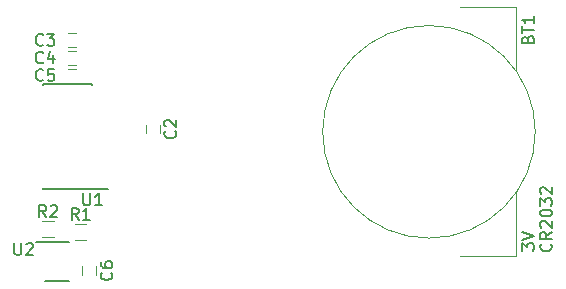
<source format=gbr>
G04 #@! TF.FileFunction,Legend,Top*
%FSLAX46Y46*%
G04 Gerber Fmt 4.6, Leading zero omitted, Abs format (unit mm)*
G04 Created by KiCad (PCBNEW 4.0.7-e2-6376~58~ubuntu16.04.1) date Thu Aug 16 13:00:31 2018*
%MOMM*%
%LPD*%
G01*
G04 APERTURE LIST*
%ADD10C,0.100000*%
%ADD11C,0.150000*%
%ADD12C,0.120000*%
%ADD13C,0.050000*%
G04 APERTURE END LIST*
D10*
D11*
X128695000Y-105270000D02*
X130745000Y-105270000D01*
X127990000Y-101970000D02*
X130745000Y-101970000D01*
D12*
X130620000Y-84270000D02*
X131320000Y-84270000D01*
X131320000Y-85470000D02*
X130620000Y-85470000D01*
D13*
X163845000Y-82070000D02*
X168570000Y-82070000D01*
X168570000Y-82070000D02*
X168570000Y-87420000D01*
X163845000Y-103170000D02*
X168570000Y-103170000D01*
X168570000Y-103170000D02*
X168570000Y-97820000D01*
X170220000Y-92620000D02*
G75*
G03X170220000Y-92620000I-9000000J0D01*
G01*
D12*
X137270000Y-92730000D02*
X137270000Y-92030000D01*
X138470000Y-92030000D02*
X138470000Y-92730000D01*
D11*
X132695000Y-97460000D02*
X132695000Y-97435000D01*
X128545000Y-97460000D02*
X128545000Y-97345000D01*
X128545000Y-88560000D02*
X128545000Y-88675000D01*
X132695000Y-88560000D02*
X132695000Y-88675000D01*
X132695000Y-97460000D02*
X128545000Y-97460000D01*
X132695000Y-88560000D02*
X128545000Y-88560000D01*
X132695000Y-97435000D02*
X134070000Y-97435000D01*
D12*
X130620000Y-85770000D02*
X131320000Y-85770000D01*
X131320000Y-86970000D02*
X130620000Y-86970000D01*
X130620000Y-87270000D02*
X131320000Y-87270000D01*
X131320000Y-88470000D02*
X130620000Y-88470000D01*
X131870000Y-104720000D02*
X131870000Y-104020000D01*
X133070000Y-104020000D02*
X133070000Y-104720000D01*
X131220000Y-100440000D02*
X132220000Y-100440000D01*
X132220000Y-101800000D02*
X131220000Y-101800000D01*
X128470000Y-100190000D02*
X129470000Y-100190000D01*
X129470000Y-101550000D02*
X128470000Y-101550000D01*
D11*
X126118095Y-102052381D02*
X126118095Y-102861905D01*
X126165714Y-102957143D01*
X126213333Y-103004762D01*
X126308571Y-103052381D01*
X126499048Y-103052381D01*
X126594286Y-103004762D01*
X126641905Y-102957143D01*
X126689524Y-102861905D01*
X126689524Y-102052381D01*
X127118095Y-102147619D02*
X127165714Y-102100000D01*
X127260952Y-102052381D01*
X127499048Y-102052381D01*
X127594286Y-102100000D01*
X127641905Y-102147619D01*
X127689524Y-102242857D01*
X127689524Y-102338095D01*
X127641905Y-102480952D01*
X127070476Y-103052381D01*
X127689524Y-103052381D01*
X128553334Y-85227143D02*
X128505715Y-85274762D01*
X128362858Y-85322381D01*
X128267620Y-85322381D01*
X128124762Y-85274762D01*
X128029524Y-85179524D01*
X127981905Y-85084286D01*
X127934286Y-84893810D01*
X127934286Y-84750952D01*
X127981905Y-84560476D01*
X128029524Y-84465238D01*
X128124762Y-84370000D01*
X128267620Y-84322381D01*
X128362858Y-84322381D01*
X128505715Y-84370000D01*
X128553334Y-84417619D01*
X128886667Y-84322381D02*
X129505715Y-84322381D01*
X129172381Y-84703333D01*
X129315239Y-84703333D01*
X129410477Y-84750952D01*
X129458096Y-84798571D01*
X129505715Y-84893810D01*
X129505715Y-85131905D01*
X129458096Y-85227143D01*
X129410477Y-85274762D01*
X129315239Y-85322381D01*
X129029524Y-85322381D01*
X128934286Y-85274762D01*
X128886667Y-85227143D01*
X169573571Y-84780714D02*
X169621190Y-84637857D01*
X169668810Y-84590238D01*
X169764048Y-84542619D01*
X169906905Y-84542619D01*
X170002143Y-84590238D01*
X170049762Y-84637857D01*
X170097381Y-84733095D01*
X170097381Y-85114048D01*
X169097381Y-85114048D01*
X169097381Y-84780714D01*
X169145000Y-84685476D01*
X169192619Y-84637857D01*
X169287857Y-84590238D01*
X169383095Y-84590238D01*
X169478333Y-84637857D01*
X169525952Y-84685476D01*
X169573571Y-84780714D01*
X169573571Y-85114048D01*
X169097381Y-84256905D02*
X169097381Y-83685476D01*
X170097381Y-83971191D02*
X169097381Y-83971191D01*
X170097381Y-82828333D02*
X170097381Y-83399762D01*
X170097381Y-83114048D02*
X169097381Y-83114048D01*
X169240238Y-83209286D01*
X169335476Y-83304524D01*
X169383095Y-83399762D01*
X169097381Y-102681905D02*
X169097381Y-102062857D01*
X169478333Y-102396191D01*
X169478333Y-102253333D01*
X169525952Y-102158095D01*
X169573571Y-102110476D01*
X169668810Y-102062857D01*
X169906905Y-102062857D01*
X170002143Y-102110476D01*
X170049762Y-102158095D01*
X170097381Y-102253333D01*
X170097381Y-102539048D01*
X170049762Y-102634286D01*
X170002143Y-102681905D01*
X169097381Y-101777143D02*
X170097381Y-101443810D01*
X169097381Y-101110476D01*
X171527143Y-102115238D02*
X171574762Y-102162857D01*
X171622381Y-102305714D01*
X171622381Y-102400952D01*
X171574762Y-102543810D01*
X171479524Y-102639048D01*
X171384286Y-102686667D01*
X171193810Y-102734286D01*
X171050952Y-102734286D01*
X170860476Y-102686667D01*
X170765238Y-102639048D01*
X170670000Y-102543810D01*
X170622381Y-102400952D01*
X170622381Y-102305714D01*
X170670000Y-102162857D01*
X170717619Y-102115238D01*
X171622381Y-101115238D02*
X171146190Y-101448572D01*
X171622381Y-101686667D02*
X170622381Y-101686667D01*
X170622381Y-101305714D01*
X170670000Y-101210476D01*
X170717619Y-101162857D01*
X170812857Y-101115238D01*
X170955714Y-101115238D01*
X171050952Y-101162857D01*
X171098571Y-101210476D01*
X171146190Y-101305714D01*
X171146190Y-101686667D01*
X170717619Y-100734286D02*
X170670000Y-100686667D01*
X170622381Y-100591429D01*
X170622381Y-100353333D01*
X170670000Y-100258095D01*
X170717619Y-100210476D01*
X170812857Y-100162857D01*
X170908095Y-100162857D01*
X171050952Y-100210476D01*
X171622381Y-100781905D01*
X171622381Y-100162857D01*
X170622381Y-99543810D02*
X170622381Y-99448571D01*
X170670000Y-99353333D01*
X170717619Y-99305714D01*
X170812857Y-99258095D01*
X171003333Y-99210476D01*
X171241429Y-99210476D01*
X171431905Y-99258095D01*
X171527143Y-99305714D01*
X171574762Y-99353333D01*
X171622381Y-99448571D01*
X171622381Y-99543810D01*
X171574762Y-99639048D01*
X171527143Y-99686667D01*
X171431905Y-99734286D01*
X171241429Y-99781905D01*
X171003333Y-99781905D01*
X170812857Y-99734286D01*
X170717619Y-99686667D01*
X170670000Y-99639048D01*
X170622381Y-99543810D01*
X170622381Y-98877143D02*
X170622381Y-98258095D01*
X171003333Y-98591429D01*
X171003333Y-98448571D01*
X171050952Y-98353333D01*
X171098571Y-98305714D01*
X171193810Y-98258095D01*
X171431905Y-98258095D01*
X171527143Y-98305714D01*
X171574762Y-98353333D01*
X171622381Y-98448571D01*
X171622381Y-98734286D01*
X171574762Y-98829524D01*
X171527143Y-98877143D01*
X170717619Y-97877143D02*
X170670000Y-97829524D01*
X170622381Y-97734286D01*
X170622381Y-97496190D01*
X170670000Y-97400952D01*
X170717619Y-97353333D01*
X170812857Y-97305714D01*
X170908095Y-97305714D01*
X171050952Y-97353333D01*
X171622381Y-97924762D01*
X171622381Y-97305714D01*
X139727143Y-92546666D02*
X139774762Y-92594285D01*
X139822381Y-92737142D01*
X139822381Y-92832380D01*
X139774762Y-92975238D01*
X139679524Y-93070476D01*
X139584286Y-93118095D01*
X139393810Y-93165714D01*
X139250952Y-93165714D01*
X139060476Y-93118095D01*
X138965238Y-93070476D01*
X138870000Y-92975238D01*
X138822381Y-92832380D01*
X138822381Y-92737142D01*
X138870000Y-92594285D01*
X138917619Y-92546666D01*
X138917619Y-92165714D02*
X138870000Y-92118095D01*
X138822381Y-92022857D01*
X138822381Y-91784761D01*
X138870000Y-91689523D01*
X138917619Y-91641904D01*
X139012857Y-91594285D01*
X139108095Y-91594285D01*
X139250952Y-91641904D01*
X139822381Y-92213333D01*
X139822381Y-91594285D01*
X131958095Y-97822381D02*
X131958095Y-98631905D01*
X132005714Y-98727143D01*
X132053333Y-98774762D01*
X132148571Y-98822381D01*
X132339048Y-98822381D01*
X132434286Y-98774762D01*
X132481905Y-98727143D01*
X132529524Y-98631905D01*
X132529524Y-97822381D01*
X133529524Y-98822381D02*
X132958095Y-98822381D01*
X133243809Y-98822381D02*
X133243809Y-97822381D01*
X133148571Y-97965238D01*
X133053333Y-98060476D01*
X132958095Y-98108095D01*
X128553334Y-86727143D02*
X128505715Y-86774762D01*
X128362858Y-86822381D01*
X128267620Y-86822381D01*
X128124762Y-86774762D01*
X128029524Y-86679524D01*
X127981905Y-86584286D01*
X127934286Y-86393810D01*
X127934286Y-86250952D01*
X127981905Y-86060476D01*
X128029524Y-85965238D01*
X128124762Y-85870000D01*
X128267620Y-85822381D01*
X128362858Y-85822381D01*
X128505715Y-85870000D01*
X128553334Y-85917619D01*
X129410477Y-86155714D02*
X129410477Y-86822381D01*
X129172381Y-85774762D02*
X128934286Y-86489048D01*
X129553334Y-86489048D01*
X128553334Y-88227143D02*
X128505715Y-88274762D01*
X128362858Y-88322381D01*
X128267620Y-88322381D01*
X128124762Y-88274762D01*
X128029524Y-88179524D01*
X127981905Y-88084286D01*
X127934286Y-87893810D01*
X127934286Y-87750952D01*
X127981905Y-87560476D01*
X128029524Y-87465238D01*
X128124762Y-87370000D01*
X128267620Y-87322381D01*
X128362858Y-87322381D01*
X128505715Y-87370000D01*
X128553334Y-87417619D01*
X129458096Y-87322381D02*
X128981905Y-87322381D01*
X128934286Y-87798571D01*
X128981905Y-87750952D01*
X129077143Y-87703333D01*
X129315239Y-87703333D01*
X129410477Y-87750952D01*
X129458096Y-87798571D01*
X129505715Y-87893810D01*
X129505715Y-88131905D01*
X129458096Y-88227143D01*
X129410477Y-88274762D01*
X129315239Y-88322381D01*
X129077143Y-88322381D01*
X128981905Y-88274762D01*
X128934286Y-88227143D01*
X134327143Y-104536666D02*
X134374762Y-104584285D01*
X134422381Y-104727142D01*
X134422381Y-104822380D01*
X134374762Y-104965238D01*
X134279524Y-105060476D01*
X134184286Y-105108095D01*
X133993810Y-105155714D01*
X133850952Y-105155714D01*
X133660476Y-105108095D01*
X133565238Y-105060476D01*
X133470000Y-104965238D01*
X133422381Y-104822380D01*
X133422381Y-104727142D01*
X133470000Y-104584285D01*
X133517619Y-104536666D01*
X133422381Y-103679523D02*
X133422381Y-103870000D01*
X133470000Y-103965238D01*
X133517619Y-104012857D01*
X133660476Y-104108095D01*
X133850952Y-104155714D01*
X134231905Y-104155714D01*
X134327143Y-104108095D01*
X134374762Y-104060476D01*
X134422381Y-103965238D01*
X134422381Y-103774761D01*
X134374762Y-103679523D01*
X134327143Y-103631904D01*
X134231905Y-103584285D01*
X133993810Y-103584285D01*
X133898571Y-103631904D01*
X133850952Y-103679523D01*
X133803333Y-103774761D01*
X133803333Y-103965238D01*
X133850952Y-104060476D01*
X133898571Y-104108095D01*
X133993810Y-104155714D01*
X131553334Y-100072381D02*
X131220000Y-99596190D01*
X130981905Y-100072381D02*
X130981905Y-99072381D01*
X131362858Y-99072381D01*
X131458096Y-99120000D01*
X131505715Y-99167619D01*
X131553334Y-99262857D01*
X131553334Y-99405714D01*
X131505715Y-99500952D01*
X131458096Y-99548571D01*
X131362858Y-99596190D01*
X130981905Y-99596190D01*
X132505715Y-100072381D02*
X131934286Y-100072381D01*
X132220000Y-100072381D02*
X132220000Y-99072381D01*
X132124762Y-99215238D01*
X132029524Y-99310476D01*
X131934286Y-99358095D01*
X128803334Y-99822381D02*
X128470000Y-99346190D01*
X128231905Y-99822381D02*
X128231905Y-98822381D01*
X128612858Y-98822381D01*
X128708096Y-98870000D01*
X128755715Y-98917619D01*
X128803334Y-99012857D01*
X128803334Y-99155714D01*
X128755715Y-99250952D01*
X128708096Y-99298571D01*
X128612858Y-99346190D01*
X128231905Y-99346190D01*
X129184286Y-98917619D02*
X129231905Y-98870000D01*
X129327143Y-98822381D01*
X129565239Y-98822381D01*
X129660477Y-98870000D01*
X129708096Y-98917619D01*
X129755715Y-99012857D01*
X129755715Y-99108095D01*
X129708096Y-99250952D01*
X129136667Y-99822381D01*
X129755715Y-99822381D01*
M02*

</source>
